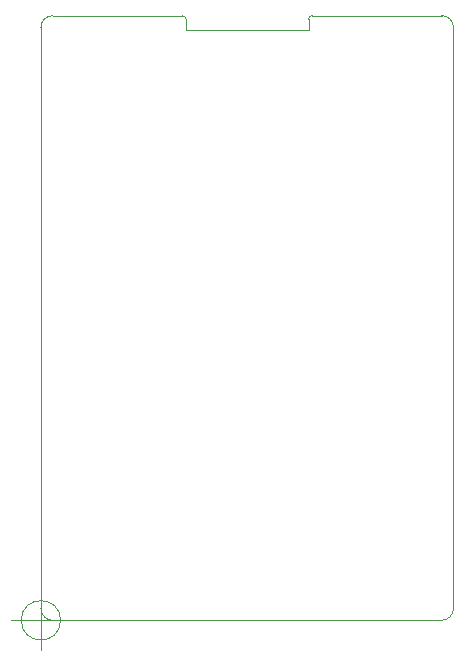
<source format=gbr>
%TF.GenerationSoftware,KiCad,Pcbnew,(5.1.6)-1*%
%TF.CreationDate,2020-07-04T15:59:09+08:00*%
%TF.ProjectId,24RF_Remote_Control,32345246-5f52-4656-9d6f-74655f436f6e,rev?*%
%TF.SameCoordinates,Original*%
%TF.FileFunction,Profile,NP*%
%FSLAX46Y46*%
G04 Gerber Fmt 4.6, Leading zero omitted, Abs format (unit mm)*
G04 Created by KiCad (PCBNEW (5.1.6)-1) date 2020-07-04 15:59:09*
%MOMM*%
%LPD*%
G01*
G04 APERTURE LIST*
%TA.AperFunction,Profile*%
%ADD10C,0.050000*%
%TD*%
G04 APERTURE END LIST*
D10*
X140667460Y-66059920D02*
G75*
G03*
X140367460Y-65759920I-300000J0D01*
G01*
X151367960Y-65759920D02*
G75*
G03*
X151067960Y-66059920I0J-300000D01*
G01*
X140667960Y-66059920D02*
X140667960Y-67007060D01*
X151067960Y-66059920D02*
X151067960Y-67007060D01*
X151367960Y-65759920D02*
X162335460Y-65759920D01*
X140667960Y-67007060D02*
X151067960Y-67007060D01*
X130069606Y-116956160D02*
G75*
G03*
X130069606Y-116956160I-1666666J0D01*
G01*
X125902940Y-116956160D02*
X130902940Y-116956160D01*
X128402940Y-114456160D02*
X128402940Y-119456160D01*
X128400400Y-66759920D02*
G75*
G02*
X129400400Y-65759920I1000000J0D01*
G01*
X129400400Y-116953620D02*
G75*
G02*
X128400400Y-115953620I0J1000000D01*
G01*
X163335560Y-115953620D02*
G75*
G02*
X162335560Y-116953620I-1000000J0D01*
G01*
X162335560Y-65759920D02*
G75*
G02*
X163335560Y-66759920I0J-1000000D01*
G01*
X128400400Y-115954620D02*
X128400400Y-66759920D01*
X162335560Y-116953620D02*
X129400400Y-116953620D01*
X163335560Y-66759920D02*
X163335560Y-115953620D01*
X129400400Y-65759920D02*
X140367460Y-65759920D01*
M02*

</source>
